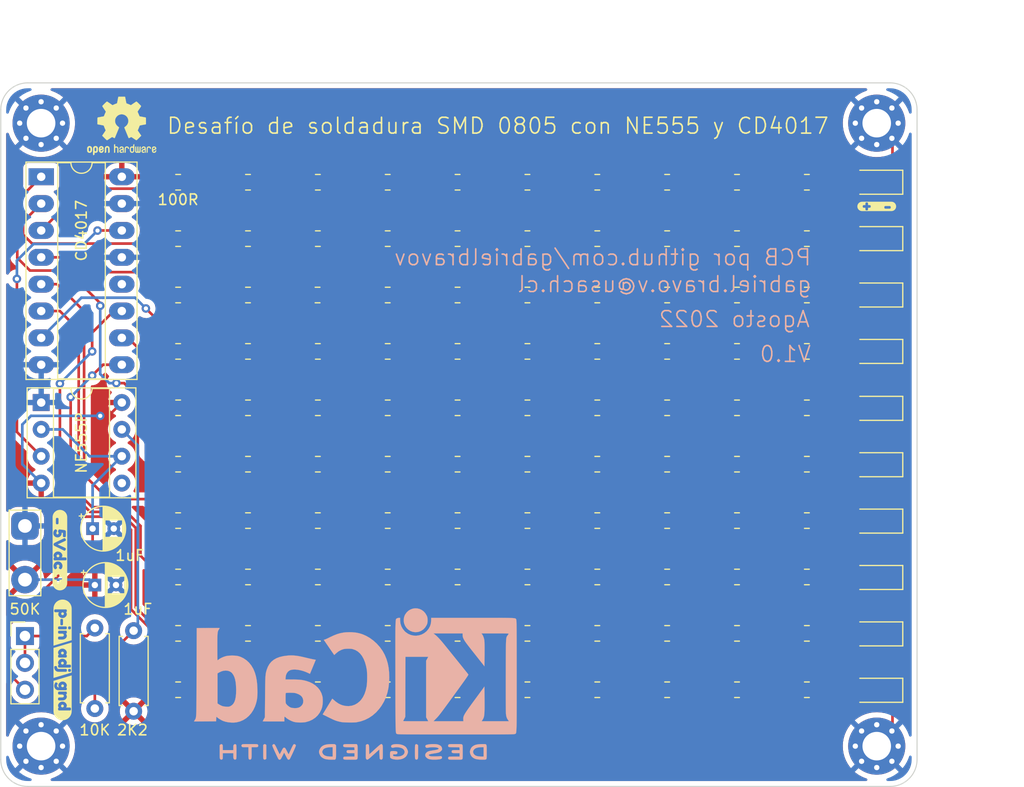
<source format=kicad_pcb>
(kicad_pcb (version 20211014) (generator pcbnew)
  (layers (0 "F.Cu" signal) (31 "B.Cu" signal) (34 "B.Paste" user) (35 "F.Paste" user) (36 "B.SilkS" user "B.Silkscreen") (37 "F.SilkS" user "F.Silkscreen") (38 "B.Mask" user) (39 "F.Mask" user) (44 "Edge.Cuts" user))
  (net 0 "")
  (net 1 "/5Vdc")
  (net 2 "GND")
  (net 3 "Net-(C2-Pad1)")
  (net 4 "Net-(D1-Pad2)")
  (net 5 "Net-(D2-Pad2)")
  (net 6 "Net-(D3-Pad2)")
  (net 7 "Net-(D4-Pad2)")
  (net 8 "Net-(D5-Pad2)")
  (net 9 "Net-(D6-Pad2)")
  (net 10 "Net-(D7-Pad2)")
  (net 11 "Net-(D8-Pad2)")
  (net 12 "Net-(D9-Pad2)")
  (net 13 "Net-(D10-Pad2)")
  (net 14 "Net-(R1-Pad2)")
  (net 15 "Net-(R2-Pad2)")
  (net 16 "/Led_1")
  (net 17 "Net-(R3-Pad2)")
  (net 18 "Net-(R4-Pad2)")
  (net 19 "Net-(R5-Pad2)")
  (net 20 "Net-(R6-Pad2)")
  (net 21 "Net-(R7-Pad2)")
  (net 22 "Net-(R8-Pad2)")
  (net 23 "Net-(R10-Pad1)")
  (net 24 "Net-(R10-Pad2)")
  (net 25 "Net-(R11-Pad2)")
  (net 26 "/Led_2")
  (net 27 "Net-(R13-Pad2)")
  (net 28 "Net-(R14-Pad2)")
  (net 29 "Net-(R15-Pad2)")
  (net 30 "Net-(R16-Pad2)")
  (net 31 "Net-(R17-Pad2)")
  (net 32 "Net-(R18-Pad2)")
  (net 33 "Net-(R19-Pad2)")
  (net 34 "Net-(R20-Pad2)")
  (net 35 "Net-(R21-Pad2)")
  (net 36 "/Led_3")
  (net 37 "Net-(R23-Pad2)")
  (net 38 "Net-(R24-Pad2)")
  (net 39 "Net-(R25-Pad2)")
  (net 40 "Net-(R26-Pad2)")
  (net 41 "Net-(R27-Pad2)")
  (net 42 "Net-(R28-Pad2)")
  (net 43 "Net-(R29-Pad2)")
  (net 44 "Net-(R30-Pad2)")
  (net 45 "Net-(R31-Pad2)")
  (net 46 "/Led_4")
  (net 47 "Net-(R33-Pad2)")
  (net 48 "Net-(R34-Pad2)")
  (net 49 "Net-(R35-Pad2)")
  (net 50 "Net-(R36-Pad2)")
  (net 51 "Net-(R37-Pad2)")
  (net 52 "Net-(R38-Pad2)")
  (net 53 "Net-(R39-Pad2)")
  (net 54 "Net-(R40-Pad2)")
  (net 55 "Net-(R41-Pad2)")
  (net 56 "/Led_5")
  (net 57 "Net-(R43-Pad2)")
  (net 58 "Net-(R44-Pad2)")
  (net 59 "Net-(R45-Pad2)")
  (net 60 "Net-(R46-Pad2)")
  (net 61 "Net-(R47-Pad2)")
  (net 62 "Net-(R48-Pad2)")
  (net 63 "Net-(R49-Pad2)")
  (net 64 "Net-(R50-Pad2)")
  (net 65 "Net-(R51-Pad2)")
  (net 66 "/Led_6")
  (net 67 "Net-(R53-Pad2)")
  (net 68 "Net-(R54-Pad2)")
  (net 69 "Net-(R55-Pad2)")
  (net 70 "Net-(R56-Pad2)")
  (net 71 "Net-(R57-Pad2)")
  (net 72 "Net-(R58-Pad2)")
  (net 73 "Net-(R59-Pad2)")
  (net 74 "Net-(R60-Pad2)")
  (net 75 "Net-(R61-Pad2)")
  (net 76 "/Led_7")
  (net 77 "Net-(R63-Pad2)")
  (net 78 "Net-(R64-Pad2)")
  (net 79 "Net-(R65-Pad2)")
  (net 80 "Net-(R66-Pad2)")
  (net 81 "Net-(R67-Pad2)")
  (net 82 "Net-(R68-Pad2)")
  (net 83 "Net-(R69-Pad2)")
  (net 84 "Net-(R70-Pad2)")
  (net 85 "Net-(R71-Pad2)")
  (net 86 "/Led_8")
  (net 87 "Net-(R73-Pad2)")
  (net 88 "Net-(R74-Pad2)")
  (net 89 "Net-(R75-Pad2)")
  (net 90 "Net-(R76-Pad2)")
  (net 91 "Net-(R77-Pad2)")
  (net 92 "Net-(R78-Pad2)")
  (net 93 "Net-(R79-Pad2)")
  (net 94 "Net-(R80-Pad2)")
  (net 95 "Net-(R81-Pad2)")
  (net 96 "/Led_9")
  (net 97 "Net-(R83-Pad2)")
  (net 98 "Net-(R84-Pad2)")
  (net 99 "Net-(R85-Pad2)")
  (net 100 "Net-(R86-Pad2)")
  (net 101 "Net-(R87-Pad2)")
  (net 102 "Net-(R88-Pad2)")
  (net 103 "Net-(R89-Pad2)")
  (net 104 "Net-(R90-Pad2)")
  (net 105 "Net-(R91-Pad2)")
  (net 106 "/Led_10")
  (net 107 "Net-(R93-Pad2)")
  (net 108 "Net-(R94-Pad2)")
  (net 109 "Net-(R95-Pad2)")
  (net 110 "Net-(R96-Pad2)")
  (net 111 "Net-(R97-Pad2)")
  (net 112 "Net-(R98-Pad2)")
  (net 113 "Net-(R100-Pad1)")
  (net 114 "Net-(R100-Pad2)")
  (net 115 "Net-(R101-Pad2)")
  (net 116 "Net-(U1-Pad3)")
  (footprint "LED_SMD:LED_1206_3216Metric_Pad1.42x1.75mm_HandSolder" (layer "F.Cu") (at 221.996 86.918 180)
    (fp_text reference "D6" hide)
    (fp_text value "LED")
  )
  (footprint "Resistor_SMD:R_0805_2012Metric_Pad1.20x1.40mm_HandSolder" (layer "F.Cu") (at 215.392 76.2)
    (fp_text reference "R42" hide)
    (fp_text value "100R")
  )
  (footprint "Resistor_SMD:R_0805_2012Metric_Pad1.20x1.40mm_HandSolder" (layer "F.Cu") (at 188.976 76.2)
    (fp_text reference "R38" hide)
    (fp_text value "100R")
  )
  (footprint "Symbol:OSHW-Logo2_7.3x6mm_SilkScreen" (layer "F.Cu") (at 150.622 54.864)
    (fp_text reference "REF**" hide)
    (fp_text value "OSHW-Logo2_7.3x6mm_SilkScreen" hide)
  )
  (footprint "kibuzzard-62FAAA55" (layer "F.Cu") (at 145.034 105.41 -90)
    (fp_text reference "kibuzzard-62FAAA55" hide)
    (fp_text value "G***" hide)
  )
  (footprint "kibuzzard-62FAA7FD" (layer "F.Cu") (at 144.78 94.996 -90)
    (fp_text reference "kibuzzard-62FAA7FD" hide)
    (fp_text value "G***" hide)
  )
  (footprint "Resistor_SMD:R_0805_2012Metric_Pad1.20x1.40mm_HandSolder" (layer "F.Cu") (at 195.58 97.536)
    (fp_text reference "R79" hide)
    (fp_text value "100R")
  )
  (footprint "Resistor_SMD:R_0805_2012Metric_Pad1.20x1.40mm_HandSolder" (layer "F.Cu") (at 202.184 92.202)
    (fp_text reference "R70" hide)
    (fp_text value "100R")
  )
  (footprint "Resistor_SMD:R_0805_2012Metric_Pad1.20x1.40mm_HandSolder" (layer "F.Cu") (at 162.56 92.202)
    (fp_text reference "R64" hide)
    (fp_text value "100R")
  )
  (footprint "Resistor_SMD:R_0805_2012Metric_Pad1.20x1.40mm_HandSolder" (layer "F.Cu") (at 202.184 70.866)
    (fp_text reference "R30" hide)
    (fp_text value "100R")
  )
  (footprint "Resistor_SMD:R_0805_2012Metric_Pad1.20x1.40mm_HandSolder" (layer "F.Cu") (at 188.976 92.202)
    (fp_text reference "R68" hide)
    (fp_text value "100R")
  )
  (footprint "Package_DIP:DIP-8_W7.62mm_Socket" (layer "F.Cu") (at 143.012 81.036)
    (fp_text reference "U1" hide)
    (fp_text value "NE555P")
  )
  (footprint "Resistor_SMD:R_0805_2012Metric_Pad1.20x1.40mm_HandSolder" (layer "F.Cu") (at 182.372 97.536)
    (fp_text reference "R77" hide)
    (fp_text value "100R")
  )
  (footprint "Resistor_SMD:R_0805_2012Metric_Pad1.20x1.40mm_HandSolder" (layer "F.Cu") (at 162.56 76.2)
    (fp_text reference "R34" hide)
    (fp_text value "100R")
  )
  (footprint "Resistor_SMD:R_0805_2012Metric_Pad1.20x1.40mm_HandSolder" (layer "F.Cu") (at 155.956 81.534)
    (fp_text reference "R43" hide)
    (fp_text value "100R")
  )
  (footprint "Capacitor_THT:CP_Radial_D4.0mm_P2.00mm" (layer "F.Cu") (at 148.082001 98.298)
    (fp_text reference "C1" hide)
    (fp_text value "1uF")
  )
  (footprint "Resistor_SMD:R_0805_2012Metric_Pad1.20x1.40mm_HandSolder" (layer "F.Cu") (at 188.976 108.204)
    (fp_text reference "R98" hide)
    (fp_text value "100R")
  )
  (footprint "Resistor_SMD:R_0805_2012Metric_Pad1.20x1.40mm_HandSolder" (layer "F.Cu") (at 182.372 70.866)
    (fp_text reference "R27" hide)
    (fp_text value "100R")
  )
  (footprint "Resistor_SMD:R_0805_2012Metric_Pad1.20x1.40mm_HandSolder" (layer "F.Cu") (at 215.392 70.866)
    (fp_text reference "R32" hide)
    (fp_text value "100R")
  )
  (footprint "Resistor_SMD:R_0805_2012Metric_Pad1.20x1.40mm_HandSolder" (layer "F.Cu") (at 162.56 108.204)
    (fp_text reference "R94" hide)
    (fp_text value "100R")
  )
  (footprint "Resistor_SMD:R_0805_2012Metric_Pad1.20x1.40mm_HandSolder" (layer "F.Cu") (at 215.392 86.868)
    (fp_text reference "R62" hide)
    (fp_text value "100R")
  )
  (footprint "Resistor_SMD:R_0805_2012Metric_Pad1.20x1.40mm_HandSolder" (layer "F.Cu") (at 169.164 65.532)
    (fp_text reference "R15" hide)
    (fp_text value "100R")
  )
  (footprint "Resistor_SMD:R_0805_2012Metric_Pad1.20x1.40mm_HandSolder" (layer "F.Cu") (at 202.184 97.536)
    (fp_text reference "R80" hide)
    (fp_text value "100R")
  )
  (footprint "kibuzzard-62FAAA2E" (layer "F.Cu") (at 145.034 108.966 -90)
    (fp_text reference "kibuzzard-62FAAA2E" hide)
    (fp_text value "G***" hide)
  )
  (footprint "Resistor_SMD:R_0805_2012Metric_Pad1.20x1.40mm_HandSolder" (layer "F.Cu") (at 215.392 81.534)
    (fp_text reference "R52" hide)
    (fp_text value "100R")
  )
  (footprint "Resistor_SMD:R_0805_2012Metric_Pad1.20x1.40mm_HandSolder" (layer "F.Cu") (at 182.372 65.532)
    (fp_text reference "R17" hide)
    (fp_text value "100R")
  )
  (footprint "Connector_PinHeader_2.54mm:PinHeader_1x03_P2.54mm_Vertical" (layer "F.Cu") (at 141.478 103.124)
    (fp_text reference "RV1" hide)
    (fp_text value "50K")
  )
  (footprint "TestPoint:TestPoint_2Pads_Pitch5.08mm_Drill1.3mm" (layer "F.Cu") (at 141.478 92.71 -90)
    (fp_text reference "J1" hide)
    (fp_text value "Conn_01x02" hide)
  )
  (footprint "Resistor_THT:R_Axial_DIN0207_L6.3mm_D2.5mm_P7.62mm_Horizontal" (layer "F.Cu") (at 148.082 109.982 90)
    (fp_text reference "R2" hide)
    (fp_text value "10K")
  )
  (footprint "LED_SMD:LED_1206_3216Metric_Pad1.42x1.75mm_HandSolder" (layer "F.Cu") (at 221.996 97.586 180)
    (fp_text reference "D8" hide)
    (fp_text value "LED")
  )
  (footprint "Resistor_SMD:R_0805_2012Metric_Pad1.20x1.40mm_HandSolder" (layer "F.Cu") (at 175.768 60.198)
    (fp_text reference "R6" hide)
    (fp_text value "100R")
  )
  (footprint "Resistor_SMD:R_0805_2012Metric_Pad1.20x1.40mm_HandSolder" (layer "F.Cu") (at 182.372 92.202)
    (fp_text reference "R67" hide)
    (fp_text value "100R")
  )
  (footprint "Resistor_SMD:R_0805_2012Metric_Pad1.20x1.40mm_HandSolder" (layer "F.Cu") (at 202.184 108.204)
    (fp_text reference "R100" hide)
    (fp_text value "100R")
  )
  (footprint "Resistor_SMD:R_0805_2012Metric_Pad1.20x1.40mm_HandSolder" (layer "F.Cu") (at 169.164 81.534)
    (fp_text reference "R45" hide)
    (fp_text value "100R")
  )
  (footprint "MountingHole:MountingHole_2.7mm_M2.5_Pad_Via" (layer "F.Cu") (at 221.996 54.61)
    (fp_text reference "H2" hide)
    (fp_text value "MountingHole_Pad" hide)
  )
  (footprint "LED_SMD:LED_1206_3216Metric_Pad1.42x1.75mm_HandSolder" (layer "F.Cu") (at 221.996 108.254 180)
    (fp_text reference "D10" hide)
    (fp_text value "LED")
  )
  (footprint "Resistor_SMD:R_0805_2012Metric_Pad1.20x1.40mm_HandSolder" (layer "F.Cu") (at 169.164 60.198)
    (fp_text reference "R5" hide)
    (fp_text value "100R")
  )
  (footprint "Resistor_SMD:R_0805_2012Metric_Pad1.20x1.40mm_HandSolder" (layer "F.Cu") (at 182.372 76.2)
    (fp_text reference "R37" hide)
    (fp_text value "100R")
  )
  (footprint "Resistor_SMD:R_0805_2012Metric_Pad1.20x1.40mm_HandSolder" (layer "F.Cu") (at 208.788 97.536)
    (fp_text reference "R81" hide)
    (fp_text value "100R")
  )
  (footprint "Resistor_SMD:R_0805_2012Metric_Pad1.20x1.40mm_HandSolder" (layer "F.Cu") (at 169.164 92.202)
    (fp_text reference "R65" hide)
    (fp_text value "100R")
  )
  (footprint "Resistor_SMD:R_0805_2012Metric_Pad1.20x1.40mm_HandSolder" (layer "F.Cu") (at 175.768 92.202)
    (fp_text reference "R66" hide)
    (fp_text value "100R")
  )
  (footprint "Resistor_SMD:R_0805_2012Metric_Pad1.20x1.40mm_HandSolder" (layer "F.Cu") (at 169.164 97.536)
    (fp_text reference "R75" hide)
    (fp_text value "100R")
  )
  (footprint "Resistor_SMD:R_0805_2012Metric_Pad1.20x1.40mm_HandSolder" (layer "F.Cu") (at 188.976 97.536)
    (fp_text reference "R78" hide)
    (fp_text value "100R")
  )
  (footprint "Resistor_SMD:R_0805_2012Metric_Pad1.20x1.40mm_HandSolder" (layer "F.Cu") (at 202.184 60.198)
    (fp_text reference "R10" hide)
    (fp_text value "100R")
  )
  (footprint "Resistor_SMD:R_0805_2012Metric_Pad1.20x1.40mm_HandSolder" (layer "F.Cu") (at 215.392 97.536)
    (fp_text reference "R82" hide)
    (fp_text value "100R")
  )
  (footprint "Resistor_SMD:R_0805_2012Metric_Pad1.20x1.40mm_HandSolder" (layer "F.Cu") (at 175.768 86.868)
    (fp_text reference "R56" hide)
    (fp_text value "100R")
  )
  (footprint "Resistor_SMD:R_0805_2012Metric_Pad1.20x1.40mm_HandSolder" (layer "F.Cu") (at 188.976 65.532)
    (fp_text reference "R18" hide)
    (fp_text value "100R")
  )
  (footprint "Resistor_SMD:R_0805_2012Metric_Pad1.20x1.40mm_HandSolder" (layer "F.Cu") (at 208.788 102.87)
    (fp_text reference "R91" hide)
    (fp_text value "100R")
  )
  (footprint "Resistor_SMD:R_0805_2012Metric_Pad1.20x1.40mm_HandSolder" (layer "F.Cu") (at 175.768 102.87)
    (fp_text reference "R86" hide)
    (fp_text value "100R")
  )
  (footprint "Resistor_SMD:R_0805_2012Metric_Pad1.20x1.40mm_HandSolder" (layer "F.Cu") (at 188.976 81.534)
    (fp_text reference "R48" hide)
    (fp_text value "100R")
  )
  (footprint "Resistor_SMD:R_0805_2012Metric_Pad1.20x1.40mm_HandSolder" (layer "F.Cu") (at 155.956 86.868)
    (fp_text reference "R53" hide)
    (fp_text value "100R")
  )
  (footprint "Resistor_SMD:R_0805_2012Metric_Pad1.20x1.40mm_HandSolder" (layer "F.Cu") (at 155.956 102.87)
    (fp_text reference "R83" hide)
    (fp_text value "100R")
  )
  (footprint "Resistor_SMD:R_0805_2012Metric_Pad1.20x1.40mm_HandSolder" (layer "F.Cu") (at 175.768 81.534)
    (fp_text reference "R46" hide)
    (fp_text value "100R")
  )
  (footprint "MountingHole:MountingHole_2.7mm_M2.5_Pad_Via" (layer "F.Cu") (at 221.996 113.538)
    (fp_text reference "H1" hide)
    (fp_text value "MountingHole_Pad" hide)
  )
  (footprint "Resistor_SMD:R_0805_2012Metric_Pad1.20x1.40mm_HandSolder" (layer "F.Cu") (at 215.392 108.204)
    (fp_text reference "R102" hide)
    (fp_text value "100R")
  )
  (footprint "Package_DIP:DIP-16_W7.62mm_Socket_LongPads" (layer "F.Cu") (at 143.012 59.68)
    (fp_text reference "U2" hide)
    (fp_text value "CD4017")
  )
  (footprint "Resistor_SMD:R_0805_2012Metric_Pad1.20x1.40mm_HandSolder" (layer "F.Cu") (at 175.768 76.2)
    (fp_text reference "R36" hide)
    (fp_text value "100R")
  )
  (footprint "Resistor_SMD:R_0805_2012Metric_Pad1.20x1.40mm_HandSolder" (layer "F.Cu") (at 208.788 108.204)
    (fp_text reference "R101" hide)
    (fp_text value "100R")
  )
  (footprint "Resistor_SMD:R_0805_2012Metric_Pad1.20x1.40mm_HandSolder" (layer "F.Cu") (at 155.956 70.866)
    (fp_text reference "R23" hide)
    (fp_text value "100R")
  )
  (footprint "Resistor_SMD:R_0805_2012Metric_Pad1.20x1.40mm_HandSolder" (layer "F.Cu") (at 169.164 102.87)
    (fp_text reference "R85" hide)
    (fp_text value "100R")
  )
  (footprint "Resistor_SMD:R_0805_2012Metric_Pad1.20x1.40mm_HandSolder" (layer "F.Cu") (at 162.56 86.868)
    (fp_text reference "R54" hide)
    (fp_text value "100R")
  )
  (footprint "Resistor_SMD:R_0805_2012Metric_Pad1.20x1.40mm_HandSolder" (layer "F.Cu") (at 169.164 108.204)
    (fp_text reference "R95" hide)
    (fp_text value "100R")
  )
  (footprint "Resistor_SMD:R_0805_2012Metric_Pad1.20x1.40mm_HandSolder" (layer "F.Cu") (at 195.58 108.204)
    (fp_text reference "R99" hide)
    (fp_text value "100R")
  )
  (footprint "Resistor_SMD:R_0805_2012Metric_Pad1.20x1.40mm_HandSolder" (layer "F.Cu") (at 169.164 86.868)
    (fp_text reference "R55" hide)
    (fp_text value "100R")
  )
  (footprint "Resistor_SMD:R_0805_2012Metric_Pad1.20x1.40mm_HandSolder" (layer "F.Cu") (at 202.184 81.534)
    (fp_text reference "R50" hide)
    (fp_text value "100R")
  )
  (footprint "Resistor_SMD:R_0805_2012Metric_Pad1.20x1.40mm_HandSolder" (layer "F.Cu") (at 155.956 108.204)
    (fp_text reference "R93" hide)
    (fp_text value "100R")
  )
  (footprint "Resistor_SMD:R_0805_2012Metric_Pad1.20x1.40mm_HandSolder" (layer "F.Cu") (at 208.788 92.202)
    (fp_text reference "R71" hide)
    (fp_text value "100R")
  )
  (footprint "Capacitor_THT:CP_Radial_D4.0mm_P2.00mm" (layer "F.Cu") (at 147.871401 92.964)
    (fp_text reference "C2" hide)
    (fp_text value "1uF")
  )
  (footprint "Resistor_SMD:R_0805_2012Metric_Pad1.20x1.40mm_HandSolder" (layer "F.Cu") (at 215.392 65.532)
    (fp_text reference "R22" hide)
    (fp_text value "100R")
  )
  (footprint "Resistor_SMD:R_0805_2012Metric_Pad1.20x1.40mm_HandSolder" (layer "F.Cu") (at 208.788 70.866)
    (fp_text reference "R31" hide)
    (fp_text value "100R")
  )
  (footprint "Resistor_SMD:R_0805_2012Metric_Pad1.20x1.40mm_HandSolder" (layer "F.Cu") (at 162.56 102.87)
    (fp_text reference "R84" hide)
    (fp_text value "100R")
  )
  (footprint "Resistor_SMD:R_0805_2012Metric_Pad1.20x1.40mm_HandSolder" (layer "F.Cu") (at 195.58 92.202)
    (fp_text reference "R69" hide)
    (fp_text value "100R")
  )
  (footprint "Resistor_SMD:R_0805_2012Metric_Pad1.20x1.40mm_HandSolder" (layer "F.Cu") (at 195.58 70.866)
    (fp_text reference "R29" hide)
    (fp_text value "100R")
  )
  (footprint "Resistor_SMD:R_0805_2012Metric_Pad1.20x1.40mm_HandSolder" (layer "F.Cu") (at 188.976 60.198)
    (fp_text reference "R8" hide)
    (fp_text value "100R")
  )
  (footprint "Resistor_THT:R_Axial_DIN0207_L6.3mm_D2.5mm_P7.62mm_Horizontal" (layer "F.Cu") (at 151.75 110.236 90)
    (fp_text reference "R1" hide)
    (fp_text value "2K2")
  )
  (footprint "Resistor_SMD:R_0805_2012Metric_Pad1.20x1.40mm_HandSolder" (layer "F.Cu") (at 202.184 65.532)
    (fp_text reference "R20" hide)
    (fp_text value "100R")
  )
  (footprint "Resistor_SMD:R_0805_2012Metric_Pad1.20x1.40mm_HandSolder" (layer "F.Cu") (at 195.58 81.534)
    (fp_text reference "R49" hide)
    (fp_text value "100R")
  )
  (footprint "Resistor_SMD:R_0805_2012Metric_Pad1.20x1.40mm_HandSolder" (layer "F.Cu") (at 195.58 102.87)
    (fp_text reference "R89" hide)
    (fp_text value "100R")
  )
  (footprint "kibuzzard-62FACC93" (layer "F.Cu") (at 221.996 62.484)
    (fp_text reference "kibuzzard-62FACC93" hide)
    (fp_text value "G***" hide)
  )
  (footprint "Resistor_SMD:R_0805_2012Metric_Pad1.20x1.40mm_HandSolder" (layer "F.Cu") (at 169.138 70.866)
    (fp_text reference "R25" hide)
    (fp_text value "100R")
  )
  (footprint "LED_SMD:LED_1206_3216Metric_Pad1.42x1.75mm_HandSolder" (layer "F.Cu") (at 221.996 65.532 180)
    (fp_text reference "D2" hide)
    (fp_text value "LED")
  )
  (footprint "LED_SMD:LED_1206_3216Metric_Pad1.42x1.75mm_HandSolder" (layer "F.Cu") (at 221.996 92.252 180)
    (fp_text reference "D7" hide)
    (fp_text value "LED")
  )
  (footprint "MountingHole:MountingHole_2.7mm_M2.5_Pad_Via" (layer "F.Cu") (at 143.002 113.538)
    (fp_text reference "H4" hide)
    (fp_text value "MountingHole_Pad" hide)
  )
  (footprint "Resistor_SMD:R_0805_2012Metric_Pad1.20x1.40mm_HandSolder" (layer "F.Cu") (at 188.976 102.87)
    (fp_text reference "R88" hide)
    (fp_text value "100R")
  )
  (footprint "Resistor_SMD:R_0805_2012Metric_Pad1.20x1.40mm_HandSolder" (layer "F.Cu") (at 175.768 97.536)
    (fp_text reference "R76" hide)
    (fp_text value "100R")
  )
  (footprint "Resistor_SMD:R_0805_2012Metric_Pad1.20x1.40mm_HandSolder" (layer "F.Cu") (at 175.768 108.204)
    (fp_text reference "R96" hide)
    (fp_text value "100R")
  )
  (footprint "Resistor_SMD:R_0805_2012Metric_Pad1.20x1.40mm_HandSolder" (layer "F.Cu") (at 162.56 97.536)
    (fp_text reference "R74" hide)
    (fp_text value "100R")
  )
  (footprint "Resistor_SMD:R_0805_2012Metric_Pad1.20x1.40mm_HandSolder" (layer "F.Cu") (at 188.976 86.868)
    (fp_text reference "R58" hide)
    (fp_text value "100R")
  )
  (footprint "Resistor_SMD:R_0805_2012Metric_Pad1.20x1.40mm_HandSolder" (layer "F.Cu") (at 215.392 102.87)
    (fp_text reference "R92" hide)
    (fp_text value "100R")
  )
  (footprint "Resistor_SMD:R_0805_2012Metric_Pad1.20x1.40mm_HandSolder" (layer "F.Cu") (at 175.768 65.532)
    (fp_text reference "R16" hide)
    (fp_text value "100R")
  )
  (footprint "Resistor_SMD:R_0805_2012Metric_Pad1.20x1.40mm_HandSolder" (layer "F.Cu") (at 215.392 92.202)
    (fp_text reference "R72" hide)
    (fp_text value "100R")
  )
  (footprint "Resistor_SMD:R_0805_2012Metric_Pad1.20x1.40mm_HandSolder" (layer "F.Cu") (at 208.788 81.534)
    (fp_text reference "R51" hide)
    (fp_text value "100R")
  )
  (footprint "Resistor_SMD:R_0805_2012Metric_Pad1.20x1.40mm_HandSolder" (layer "F.Cu") (at 162.56 65.532)
    (fp_text reference "R14" hide)
    (fp_text value "100R")
  )
  (footprint "Resistor_SMD:R_0805_2012Metric_Pad1.20x1.40mm_HandSolder" (layer "F.Cu") (at 182.372 81.534)
    (fp_text reference "R47" hide)
    (fp_text value "100R")
  )
  (footprint "Resistor_SMD:R_0805_2012Metric_Pad1.20x1.40mm_HandSolder" (layer "F.Cu") (at 155.956 97.536)
    (fp_text reference "R73" hide)
    (fp_text value "100R")
  )
  (footprint "Resistor_SMD:R_0805_2012Metric_Pad1.20x1.40mm_HandSolder" (layer "F.Cu") (at 162.56 81.534)
    (fp_text reference "R44" hide)
    (fp_text value "100R")
  )
  (footprint "Resistor_SMD:R_0805_2012Metric_Pad1.20x1.40mm_HandSolder" (layer "F.Cu") (at 202.184 76.2)
    (fp_text reference "R40" hide)
    (fp_text value "100R")
  )
  (footprint "Resistor_SMD:R_0805_2012Metric_Pad1.20x1.40mm_HandSolder" (layer "F.Cu") (at 182.372 108.204)
    (fp_text reference "R97" hide)
    (fp_text value "100R")
  )
  (footprint "LED_SMD:LED_1206_3216Metric_Pad1.42x1.75mm_HandSolder" (layer "F.Cu") (at 221.996 76.2 180)
    (fp_text reference "D4" hide)
    (fp_text value "LED")
  )
  (footprint "Resistor_SMD:R_0805_2012Metric_Pad1.20x1.40mm_HandSolder" (layer "F.Cu") (at 182.372 102.87)
    (fp_text reference "R87" hide)
    (fp_text value "100R")
  )
  (footprint "LED_SMD:LED_1206_3216Metric_Pad1.42x1.75mm_HandSolder" (layer "F.Cu") (at 221.996 81.584 180)
    (fp_text reference "D5" hide)
    (fp_text value "LED")
  )
  (footprint "Resistor_SMD:R_0805_2012Metric_Pad1.20x1.40mm_HandSolder" (layer "F.Cu") (at 169.164 76.2)
    (fp_text reference "R35" hide)
    (fp_text value "100R")
  )
  (footprint "Resistor_SMD:R_0805_2012Metric_Pad1.20x1.40mm_HandSolder" (layer "F.Cu") (at 208.788 65.532)
    (fp_text reference "R21" hide)
    (fp_text value "100R")
  )
  (footprint "Resistor_SMD:R_0805_2012Metric_Pad1.20x1.40mm_HandSolder" (layer "F.Cu") (at 195.58 60.198)
    (fp_text reference "R9" hide)
    (fp_text value "100R")
  )
  (footprint "Resistor_SMD:R_0805_2012Metric_Pad1.20x1.40mm_HandSolder" (layer "F.Cu") (at 155.956 60.198)
    (fp_text reference "R3" hide)
    (fp_text value "100R")
  )
  (footprint "Resistor_SMD:R_0805_2012Metric_Pad1.20x1.40mm_HandSolder" (layer "F.Cu") (at 155.956 76.2)
    (fp_text reference "R33" hide)
    (fp_text value "100R")
  )
  (footprint "LED_SMD:LED_1206_3216Metric_Pad1.42x1.75mm_HandSolder" (layer "F.Cu") (at 221.996 102.92 180)
    (fp_text reference "D9" hide)
    (fp_text value "LED")
  )
  (footprint "Resistor_SMD:R_0805_2012Metric_Pad1.20x1.40mm_HandSolder" (layer "F.Cu") (at 202.184 86.868)
    (fp_text reference "R60" hide)
    (fp_text value "100R")
  )
  (footprint "MountingHole:MountingHole_2.7mm_M2.5_Pad_Via" (layer "F.Cu") (at 143.002 54.61)
    (fp_text reference "H3" hide)
    (fp_text value "MountingHole_Pad" hide)
  )
  (footprint "Resistor_SMD:R_0805_2012Metric_Pad1.20x1.40mm_HandSolder" (layer "F.Cu") (at 188.976 70.866)
    (fp_text reference "R28" hide)
    (fp_text value "100R")
  )
  (footprint "Resistor_SMD:R_0805_2012Metric_Pad1.20x1.40mm_HandSolder" (layer "F.Cu") (at 208.788 60.198)
    (fp_text reference "R11" hide)
    (fp_text value "100R")
  )
  (footprint "Resistor_SMD:R_0805_2012Metric_Pad1.20x1.40mm_HandSolder" (layer "F.Cu") (at 182.372 60.198)
    (fp_text reference "R7" hide)
    (fp_text value "100R")
  )
  (footprint "Resistor_SMD:R_0805_2012Metric_Pad1.20x1.40mm_HandSolder" (layer "F.Cu") (at 208.788 86.868)
    (fp_text reference "R61" hide)
    (fp_text value "100R")
  )
  (footprint "Resistor_SMD:R_0805_2012Metric_Pad1.20x1.40mm_HandSolder" (layer "F.Cu") (at 215.392 60.198)
    (fp_text reference "R12" hide)
    (fp_text value "100R")
  )
  (footprint "Resistor_SMD:R_0805_2012Metric_Pad1.20x1.40mm_HandSolder" (layer "F.Cu") (at 175.768 70.866)
    (fp_text reference "R26" hide)
    (fp_text value "100R")
  )
  (footprint "Resistor_SMD:R_0805_2012Metric_Pad1.20x1.40mm_HandSolder" (layer "F.Cu") (at 195.58 76.2)
    (fp_text reference "R39" hide)
    (fp_text value "100R")
  )
  (footprint "Resistor_SMD:R_0805_2012Metric_Pad1.20x1.40mm_HandSolder" (layer "F.Cu") (at 208.788 76.2)
    (fp_text reference "R41" hide)
    (fp_text value "100R")
  )
  (footprint "kibuzzard-62FAACCE" (layer "F.Cu") (at 145.034 101.854 -90)
    (fp_text reference "kibuzzard-62FAACCE" hide)
    (fp_text value "G***" hide)
  )
  (footprint "Resistor_SMD:R_0805_2012Metric_Pad1.20x1.40mm_HandSolder" (layer "F.Cu") (at 202.184 102.87)
    (fp_text reference "R90" hide)
    (fp_text value "100R")
  )
  (footprint "Resistor_SMD:R_0805_2012Metric_Pad1.20x1.40mm_HandSolder" (layer "F.Cu") (at 162.56 70.866)
    (fp_text reference "R24" hide)
    (fp_text value "100R")
  )
  (footprint "Resistor_SMD:R_0805_2012Metric_Pad1.20x1.40mm_HandSolder" (layer "F.Cu") (at 162.56 60.198)
    (fp_text reference "R4" hide)
    (fp_text value "100R")
  )
  (footprint "Resistor_SMD:R_0805_2012Metric_Pad1.20x1.40mm_HandSolder" (layer "F.Cu") (at 155.956 92.202)
    (fp_text reference "R63" hide)
    (fp_text value "100R")
  )
  (footprint "Resistor_SMD:R_0805_2012Metric_Pad1.20x1.40mm_HandSolder" (layer "F.Cu") (at 195.58 65.532)
    (fp_text reference "R19" hide)
    (fp_text value "100R")
  )
  (footprint "LED_SMD:LED_1206_3216Metric_Pad1.42x1.75mm_HandSolder" (layer "F.Cu") (at 221.996 60.198 180)
    (fp_text reference "D1" hide)
    (fp_text value "LED")
  )
  (footprint "Resistor_SMD:R_0805_2012Metric_Pad1.20x1.40mm_HandSolder" (layer "F.Cu") (at 155.956 65.532)
    (fp_text reference "R13" hide)
    (fp_text value "100R")
  )
  (footprint "Resistor_SMD:R_0805_2012Metric_Pad1.20x1.40mm_HandSolder" (layer "F.Cu") (at 195.58 86.868)
    (fp_text reference "R59" hide)
    (fp_text value "100R")
  )
  (footprint "Resistor_SMD:R_0805_2012Metric_Pad1.20x1.40mm_HandSolder" (layer "F.Cu") (at 182.372 86.868)
    (fp_text reference "R57" hide)
    (fp_text value "100R")
  )
  (footprint "LED_SMD:LED_1206_3216Metric_Pad1.42x1.75mm_HandSolder" (layer "F.Cu") (at 221.996 70.866 180)
    (fp_text reference "D3" hide)
    (fp_text value "LED")
  )
  (footprint "Symbol:KiCad-Logo2_12mm_SilkScreen" (layer "B.Cu") (at 172.72 106.426 180)
    (fp_text reference "REF**" hide)
    (fp_text value "KiCad-Logo2_12mm_SilkScreen" hide)
  )
  (gr_line (start 223.266 117.348) (end 141.732 117.348) (layer "Edge.Cuts") (width 0.1))
  (gr_line (start 141.732 50.8) (end 223.266 50.8) (layer "Edge.Cuts") (width 0.1))
  (gr_arc (start 141.732 117.348) (mid 139.935949 116.604051) (end 139.192 114.808) (layer "Edge.Cuts") (width 0.1))
  (gr_line (start 139.192 114.808) (end 139.192 53.34) (layer "Edge.Cuts") (width 0.1))
  (gr_arc (start 225.806 114.808) (mid 225.062051 116.604051) (end 223.266 117.348) (layer "Edge.Cuts") (width 0.1))
  (gr_arc (start 223.266 50.8) (mid 225.062051 51.543949) (end 225.806 53.34) (layer "Edge.Cuts") (width 0.1))
  (gr_line (start 225.806 53.34) (end 225.806 114.808) (layer "Edge.Cuts") (width 0.1))
  (gr_arc (start 139.192 53.34) (mid 139.935949 51.543949) (end 141.732 50.8) (layer "Edge.Cuts") (width 0.1))
  (gr_text "gabriel.bravo.v@usach.cl" (at 201.93 69.85) (layer "B.SilkS") (effects (font (size 1.5 1.5)) (justify mirror)))
  (gr_text "Agosto 2022" (at 208.534 73.152) (layer "B.SilkS") (effects (font (size 1.5 1.5)) (justify mirror)))
  (gr_text "PCB por github.com/gabrielbravov" (at 196.088 67.31) (layer "B.SilkS") (effects (font (size 1.5 1.5)) (justify mirror)))
  (gr_text "V1.0" (at 213.36 76.454) (layer "B.SilkS") (effects (font (size 1.5 1.5)) (justify mirror)))
  (gr_text "Desafío de soldadura SMD 0805 con NE555 y CD4017" (at 186.182 54.864) (layer "F.SilkS") (effects (font (size 1.5 1.5))))
  (segment (start 149.372 82.296) (end 148.59 82.296) (width 0.25) (layer "F.Cu") (net 1))
  (segment (start 150.632 81.036) (end 149.372 82.296) (width 0.25) (layer "F.Cu") (net 1))
  (via (at 148.59 82.296) (size 0.8) (drill 0.4) (layers "F.Cu" "B.Cu") (net 1))
  (segment (start 142.043398 82.296) (end 141.224 83.115398) (width 0.25) (layer "B.Cu") (net 1))
  (segment (start 147.574001 97.79) (end 148.082001 98.298) (width 0.25) (layer "B.Cu") (net 1))
  (segment (start 141.478 97.79) (end 147.574001 97.79) (width 0.25) (layer "B.Cu") (net 1))
  (segment (start 148.59 82.296) (end 142.043398 82.296) (width 0.25) (layer "B.Cu") (net 1))
  (segment (start 141.224 86.868) (end 143.012 88.656) (width 0.25) (layer "B.Cu") (net 1))
  (segment (start 141.224 83.115398) (end 141.224 86.868) (width 0.25) (layer "B.Cu") (net 1))
  (segment (start 223.4835 81.584) (end 223.4835 76.2) (width 0.25) (layer "F.Cu") (net 2))
  (segment (start 223.4835 55.1475) (end 224.021 54.61) (width 0.25) (layer "F.Cu") (net 2))
  (segment (start 223.4835 60.198) (end 223.4835 55.1475) (width 0.25) (layer "F.Cu") (net 2))
  (segment (start 223.4835 108.254) (end 223.4835 102.92) (width 0.25) (layer "F.Cu") (net 2))
  (segment (start 223.4835 108.254) (end 223.4835 112.0505) (width 0.25) (layer "F.Cu") (net 2))
  (segment (start 223.4835 76.2) (end 223.4835 70.866) (width 0.25) (layer "F.Cu") (net 2))
  (segment (start 223.4835 97.586) (end 223.4835 92.252) (width 0.25) (layer "F.Cu") (net 2))
  (segment (start 223.4835 70.866) (end 223.4835 65.532) (width 0.25) (layer "F.Cu") (net 2))
  (segment (start 223.4835 65.532) (end 223.4835 60.198) (width 0.25) (layer "F.Cu") (net 2))
  (segment (start 223.4835 112.0505) (end 221.996 113.538) (width 0.25) (layer "F.Cu") (net 2))
  (segment (start 223.4835 86.918) (end 223.4835 92.252) (width 0.25) (layer "F.Cu") (net 2))
  (segment (start 223.4835 102.92) (end 223.4835 97.586) (width 0.25) (layer "F.Cu") (net 2))
  (segment (start 223.4835 86.918) (end 223.4835 81.584) (width 0.25) (layer "F.Cu") (net 2))
  (segment (start 147.871401 94.178599) (end 147.871401 92.964) (width 0.25) (layer "F.Cu") (net 3))
  (segment (start 141.478 108.204) (end 140 106.726) (width 0.25) (layer "F.Cu") (net 3))
  (segment (start 140 102.05) (end 147.871401 94.178599) (width 0.25) (layer "F.Cu") (net 3))
  (segment (start 140 106.726) (end 140 102.05) (width 0.25) (layer "F.Cu") (net 3))
  (segment (start 147.871401 88.876599) (end 150.632 86.116) (width 0.25) (layer "B.Cu") (net 3))
  (segment (start 143.012 83.576) (end 145.044 83.576) (width 0.25) (layer "B.Cu") (net 3))
  (segment (start 147.584 86.116) (end 150.632 86.116) (width 0.25) (layer "B.Cu") (net 3))
  (segment (start 145.044 83.576) (end 147.584 86.116) (width 0.25) (layer "B.Cu") (net 3))
  (segment (start 147.871401 92.964) (end 147.871401 88.876599) (width 0.25) (layer "B.Cu") (net 3))
  (segment (start 216.392 60.198) (end 220.5085 60.198) (width 0.25) (layer "F.Cu") (net 4))
  (segment (start 220.5085 65.532) (end 216.392 65.532) (width 0.25) (layer "F.Cu") (net 5))
  (segment (start 216.392 70.866) (end 220.5085 70.866) (width 0.25) (layer "F.Cu") (net 6))
  (segment (start 220.5085 76.2) (end 216.392 76.2) (width 0.25) (layer "F.Cu") (net 7))
  (segment (start 220.4585 81.534) (end 220.5085 81.584) (width 0.25) (layer "F.Cu") (net 8))
  (segment (start 216.392 81.534) (end 220.4585 81.534) (width 0.25) (layer "F.Cu") (net 8))
  (segment (start 216.442 86.918) (end 216.392 86.868) (width 0.25) (layer "F.Cu") (net 9))
  (segment (start 220.5085 86.918) (end 216.442 86.918) (width 0.25) (layer "F.Cu") (net 9))
  (segment (start 216.392 92.202) (end 220.4585 92.202) (width 0.25) (layer "F.Cu") (net 10))
  (segment (start 220.4585 92.202) (end 220.5085 92.252) (width 0.25) (layer "F.Cu") (net 10))
  (segment (start 220.5085 97.586) (end 216.442 97.586) (width 0.25) (layer "F.Cu") (net 11))
  (segment (start 216.442 97.586) (end 216.392 97.536) (width 0.25) (layer "F.Cu") (net 11))
  (segment (start 216.392 102.87) (end 220.4585 102.87) (width 0.25) (layer "F.Cu") (net 12))
  (segment (start 220.4585 102.87) (end 220.5085 102.92) (width 0.25) (layer "F.Cu") (net 12))
  (segment (start 216.442 108.254) (end 216.392 108.204) (width 0.25) (layer "F.Cu") (net 13))
  (segment (start 220.5085 108.254) (end 216.442 108.254) (width 0.25) (layer "F.Cu") (net 13))
  (segment (start 148.082 109.982) (end 148.082 106.284) (width 0.25) (layer "F.Cu") (net 14))
  (segment (start 148.082 106.284) (end 151.75 102.616) (width 0.25) (layer "F.Cu") (net 14))
  (segment (start 151.75 102.616) (end 152.146 102.22) (width 0.25) (layer "B.Cu") (net 14))
  (segment (start 152.146 85.09) (end 150.632 83.576) (width 0.25) (layer "B.Cu") (net 14))
  (segment (start 152.146 102.22) (end 152.146 85.09) (width 0.25) (layer "B.Cu") (net 14))
  (segment (start 141.478 105.664) (end 141.478 103.124) (width 0.25) (layer "F.Cu") (net 15))
  (segment (start 147.32 103.124) (end 148.082 102.362) (width 0.25) (layer "F.Cu") (net 15))
  (segment (start 141.478 103.124) (end 147.32 103.124) (width 0.25) (layer "F.Cu") (net 15))
  (segment (start 146.967 60.805) (end 154.349 60.805) (width 0.25) (layer "F.Cu") (net 16))
  (segment (start 154.349 60.805) (end 154.956 60.198) (width 0.25) (layer "F.Cu") (net 16))
  (segment (start 143.012 64.76) (end 146.967 60.805) (width 0.25) (layer "F.Cu") (net 16))
  (segment (start 156.956 60.198) (end 161.56 60.198) (width 0.25) (layer "F.Cu") (net 17))
  (segment (start 163.56 60.198) (end 168.164 60.198) (width 0.25) (layer "F.Cu") (net 18))
  (segment (start 170.164 60.198) (end 174.768 60.198) (width 0.25) (layer "F.Cu") (net 19))
  (segment (start 176.768 60.198) (end 181.372 60.198) (width 0.25) (layer "F.Cu") (net 20))
  (segment (start 183.372 60.198) (end 187.976 60.198) (width 0.25) (layer "F.Cu") (net 21))
  (segment (start 189.976 60.198) (end 194.58 60.198) (width 0.25) (layer "F.Cu") (net 22))
  (segment (start 196.58 60.198) (end 201.184 60.198) (width 0.25) (layer "F.Cu") (net 23))
  (segment (start 203.184 60.198) (end 207.788 60.198) (width 0.25) (layer "F.Cu") (net 24))
  (segment (start 209.788 60.198) (end 214.392 60.198) (width 0.25) (layer "F.Cu") (net 25))
  (segment (start 141.3 65.15) (end 142.15 66) (width 0.25) (layer "F.Cu") (net 26))
  (segment (start 143.012 62.22) (end 141.3 63.932) (width 0.25) (layer "F.Cu") (net 26))
  (segment (start 142.15 66) (end 154.488 66) (width 0.25) (layer "F.Cu") (net 26))
  (segment (start 141.3 63.932) (end 141.3 65.15) (width 0.25) (layer "F.Cu") (net 26))
  (segment (start 154.488 66) (end 154.956 65.532) (width 0.25) (layer "F.Cu") (net 26))
  (segment (start 161.56 65.532) (end 156.956 65.532) (width 0.25) (layer "F.Cu") (net 27))
  (segment (start 168.164 65.532) (end 163.56 65.532) (width 0.25) (layer "F.Cu") (net 28))
  (segment (start 174.768 65.532) (end 170.164 65.532) (width 0.25) (layer "F.Cu") (net 29))
  (segment (start 181.372 65.532) (end 176.768 65.532) (width 0.25) (layer "F.Cu") (net 30))
  (segment (start 187.976 65.532) (end 183.372 65.532) (width 0.25) (layer "F.Cu") (net 31))
  (segment (start 194.58 65.532) (end 189.976 65.532) (width 0.25) (layer "F.Cu") (net 32))
  (segment (start 201.184 65.532) (end 196.58 65.532) (width 0.25) (layer "F.Cu") (net 33))
  (segment (start 207.788 65.532) (end 203.184 65.532) (width 0.25) (layer "F.Cu") (net 34))
  (segment (start 214.392 65.532) (end 209.788 65.532) (width 0.25) (layer "F.Cu") (net 35))
  (segment (start 152.79 68.7) (end 154.956 70.866) (width 0.25) (layer "F.Cu") (net 36))
  (segment (start 147.65 67.3) (end 149.05 68.7) (width 0.25) (layer "F.Cu") (net 36))
  (segment (start 149.05 68.7) (end 152.79 68.7) (width 0.25) (layer "F.Cu") (net 36))
  (segment (start 143.012 67.3) (end 147.65 67.3) (width 0.25) (layer "F.Cu") (net 36))
  (segment (start 156.956 70.866) (end 161.56 70.866) (width 0.25) (layer "F.Cu") (net 37))
  (segment (start 163.56 70.866) (end 168.138 70.866) (width 0.25) (layer "F.Cu") (net 38))
  (segment (start 170.138 70.866) (end 174.768 70.866) (width 0.25) (layer "F.Cu") (net 39))
  (segment (start 176.768 70.866) (end 181.372 70.866) (width 0.25) (layer "F.Cu") (net 40))
  (segment (start 183.372 70.866) (end 187.976 70.866) (width 0.25) (layer "F.Cu") (net 41))
  (segment (start 189.976 70.866) (end 194.58 70.866) (width 0.25) (layer "F.Cu") (net 42))
  (segment (start 196.58 70.866) (end 201.184 70.866) (width 0.25) (layer "F.Cu") (net 43))
  (segment (start 203.184 70.866) (end 207.788 70.866) (width 0.25) (layer "F.Cu") (net 44))
  (segment (start 209.788 70.866) (end 214.392 70.866) (width 0.25) (layer "F.Cu") (net 45))
  (segment (start 154.956 74.184) (end 154.956 76.2) (width 0.25) (layer "F.Cu") (net 46))
  (segment (start 152.908 72.136) (end 154.956 74.184) (width 0.25) (layer "F.Cu") (net 46))
  (via (at 152.908 72.136) (size 0.8) (drill 0.4) (layers "F.Cu" "B.Cu") (net 46))
  (segment (start 148.844 71.12) (end 151.892 71.12) (width 0.25) (layer "B.Cu") (net 46))
  (segment (start 143.012 74.92) (end 146.812 71.12) (width 0.25) (layer "B.Cu") (net 46))
  (segment (start 151.892 71.12) (end 152.908 72.136) (width 0.25) (layer "B.Cu") (net 46))
  (segment (start 146.812 71.12) (end 148.844 71.12) (width 0.25) (layer "B.Cu") (net 46))
  (segment (start 161.56 76.2) (end 156.956 76.2) (width 0.25) (layer "F.Cu") (net 47))
  (segment (start 168.164 76.2) (end 163.56 76.2) (width 0.25) (layer "F.Cu") (net 48))
  (segment (start 174.768 76.2) (end 170.164 76.2) (width 0.25) (layer "F.Cu") (net 49))
  (segment (start 181.372 76.2) (end 176.768 76.2) (width 0.25) (layer "F.Cu") (net 50))
  (segment (start 187.976 76.2) (end 183.372 76.2) (width 0.25) (layer "F.Cu") (net 51))
  (segment (start 194.58 76.2) (end 189.976 76.2) (width 0.25) (layer "F.Cu") (net 52))
  (segment (start 201.184 76.2) (end 196.58 76.2) (width 0.25) (layer "F.Cu") (net 53))
  (segment (start 207.788 76.2) (end 203.184 76.2) (width 0.25) (layer "F.Cu") (net 54))
  (segment (start 214.392 76.2) (end 209.788 76.2) (width 0.25) (layer "F.Cu") (net 55))
  (segment (start 152.8 79.928) (end 154.406 81.534) (width 0.25) (layer "F.Cu") (net 56))
  (segment (start 152.8 76.5) (end 152.8 79.928) (width 0.25) (layer "F.Cu") (net 56))
  (segment (start 150.632 74.92) (end 151.22 74.92) (width 0.25) (layer "F.Cu") (net 56))
  (segment (start 154.406 81.534) (end 154.956 81.534) (width 0.25) (layer "F.Cu") (net 56))
  (segment (start 151.22 74.92) (end 152.8 76.5) (width 0.25) (layer "F.Cu") (net 56))
  (segment (start 156.956 81.534) (end 161.56 81.534) (width 0.25) (layer "F.Cu") (net 57))
  (segment (start 163.56 81.534) (end 168.164 81.534) (width 0.25) (layer "F.Cu") (net 58))
  (segment (start 170.164 81.534) (end 174.768 81.534) (width 0.25) (layer "F.Cu") (net 59))
  (segment (start 176.768 81.534) (end 181.372 81.534) (width 0.25) (layer "F.Cu") (net 60))
  (segment (start 183.372 81.534) (end 187.976 81.534) (width 0.25) (layer "F.Cu") (net 61))
  (segment (start 189.976 81.534) (end 194.58 81.534) (width 0.25) (layer "F.Cu") (net 62))
  (segment (start 196.58 81.534) (end 201.184 81.534) (width 0.25) (layer "F.Cu") (net 63))
  (segment (start 203.184 81.534) (end 207.788 81.534) (width 0.25) (layer "F.Cu") (net 64))
  (segment (start 209.788 81.534) (end 214.392 81.534) (width 0.25) (layer "F.Cu") (net 65))
  (segment (start 152.9 81.25) (end 152.9 85.844) (width 0.25) (layer "F.Cu") (net 66))
  (segment (start 148.59 71.64) (end 148.59 71.882) (width 0.25) (layer "F.Cu") (net 66))
  (segment (start 150.85 79.2) (end 152.9 81.25) (width 0.25) (layer "F.Cu") (net 66))
  (segment (start 153.924 86.868) (end 154.956 86.868) (width 0.25) (layer "F.Cu") (net 66))
  (segment (start 141.95 68.55) (end 140.75 67.35) (width 0.25) (layer "F.Cu") (net 66))
  (segment (start 145.5 68.55) (end 148.59 71.64) (width 0.25) (layer "F.Cu") (net 66))
  (segment (start 140.75 61.942) (end 143.012 59.68) (width 0.25) (layer "F.Cu") (net 66))
  (segment (start 145.5 68.55) (end 141.95 68.55) (width 0.25) (layer "F.Cu") (net 66))
  (segment (start 152.9 85.844) (end 153.924 86.868) (width 0.25) (layer "F.Cu") (net 66))
  (segment (start 140.75 67.35) (end 140.75 61.942) (width 0.25) (layer "F.Cu") (net 66))
  (segment (start 150.114 79.2) (end 150.85 79.2) (width 0.25) (layer "F.Cu") (net 66))
  (via (at 148.59 71.882) (size 0.8) (drill 0.4) (layers "F.Cu" "B.Cu") (net 66))
  (via (at 150.114 79.2) (size 0.8) (drill 0.4) (layers "F.Cu" "B.Cu") (net 66))
  (segment (start 149.45 79.2) (end 148.59 78.34) (width 0.25) (layer "B.Cu") (net 66))
  (segment (start 148.59 78.34) (end 148.59 71.882) (width 0.25) (layer "B.Cu") (net 66))
  (segment (start 150.114 79.2) (end 149.45 79.2) (width 0.25) (layer "B.Cu") (net 66))
  (segment (start 161.56 86.868) (end 156.956 86.868) (width 0.25) (layer "F.Cu") (net 67))
  (segment (start 168.164 86.868) (end 163.56 86.868) (width 0.25) (layer "F.Cu") (net 68))
  (segment (start 174.768 86.868) (end 170.164 86.868) (width 0.25) (layer "F.Cu") (net 69))
  (segment (start 181.372 86.868) (end 176.768 86.868) (width 0.25) (layer "F.Cu") (net 70))
  (segment (start 187.976 86.868) (end 183.372 86.868) (width 0.25) (layer "F.Cu") (net 71))
  (segment (start 194.58 86.868) (end 189.976 86.868) (width 0.25) (layer "F.Cu") (net 72))
  (segment (start 201.184 86.868) (end 196.58 86.868) (width 0.25) (layer "F.Cu") (net 73))
  (segment (start 207.788 86.868) (end 203.184 86.868) (width 0.25) (layer "F.Cu") (net 74))
  (segment (start 214.392 86.868) (end 209.788 86.868) (width 0.25) (layer "F.Cu") (net 75))
  (segment (start 147.066 87.884) (end 149.352 90.17) (width 0.25) (layer "F.Cu") (net 76))
  (segment (start 152.924 90.17) (end 154.956 92.202) (width 0.25) (layer "F.Cu") (net 76))
  (segment (start 149.352 90.17) (end 152.924 90.17) (width 0.25) (layer "F.Cu") (net 76))
  (segment (start 147.066 72.39) (end 147.066 87.884) (width 0.25) (layer "F.Cu") (net 76))
  (segment (start 144.516 69.84) (end 147.066 72.39) (width 0.25) (layer "F.Cu") (net 76))
  (segment (start 143.012 69.84) (end 144.516 69.84) (width 0.25) (layer "F.Cu") (net 76))
  (segment (start 156.956 92.202) (end 161.56 92.202) (width 0.25) (layer "F.Cu") (net 77))
  (segment (start 163.56 92.202) (end 168.164 92.202) (width 0.25) (layer "F.Cu") (net 78))
  (segment (start 170.164 92.202) (end 174.768 92.202) (width 0.25) (layer "F.Cu") (net 79))
  (segment (start 176.768 92.202) (end 181.372 92.202) (width 0.25) (layer "F.Cu") (net 80))
  (segment (start 183.372 92.202) (end 187.976 92.202) (width 0.25) (layer "F.Cu") (net 81))
  (segment (start 189.976 92.202) (end 194.58 92.202) (width 0.25) (layer "F.Cu") (net 82))
  (segment (start 196.58 92.202) (end 201.184 92.202) (width 0.25) (layer "F.Cu") (net 83))
  (segment (start 203.184 92.202) (end 207.788 92.202) (width 0.25) (layer "F.Cu") (net 84))
  (segment (start 209.788 92.202) (end 214.392 92.202) (width 0.25) (layer "F.Cu") (net 85))
  (segment (start 146.558 89.662) (end 147.828 90.932) (width 0.25) (layer "F.Cu") (net 86))
  (segment (start 152.4 92.71) (end 152.4 95.53) (width 0.25) (layer "F.Cu") (net 86))
  (segment (start 143.012 72.38) (end 144.77 72.38) (width 0.25) (layer "F.Cu") (net 86))
  (segment (start 152.4 95.53) (end 154.406 97.536) (width 0.25) (layer "F.Cu") (net 86))
  (segment (start 154.406 97.536) (end 154.956 97.536) (width 0.25) (layer "F.Cu") (net 86))
  (segment (start 150.622 90.932) (end 152.4 92.71) (width 0.25) (layer "F.Cu") (net 86))
  (segment (start 147.828 90.932) (end 150.622 90.932) (width 0.25) (layer "F.Cu") (net 86))
  (segment (start 144.77 72.38) (end 146.558 74.168) (width 0.25) (layer "F.Cu") (net 86))
  (segment (start 146.558 74.168) (end 146.558 89.662) (width 0.25) (layer "F.Cu") (net 86))
  (segment (start 161.56 97.536) (end 156.956 97.536) (width 0.25) (layer "F.Cu") (net 87))
  (segment (start 168.164 97.536) (end 163.56 97.536) (width 0.25) (layer "F.Cu") (net 88))
  (segment (start 174.768 97.536) (end 170.164 97.536) (width 0.25) (layer "F.Cu") (net 89))
  (segment (start 181.372 97.536) (end 176.768 97.536) (width 0.25) (layer "F.Cu") (net 90))
  (segment (start 187.976 97.536) (end 183.372 97.536) (width 0.25) (layer "F.Cu") (net 91))
  (segment (start 194.58 97.536) (end 189.976 97.536) (width 0.25) (layer "F.Cu") (net 92))
  (segment (start 201.184 97.536) (end 196.58 97.536) (width 0.25) (layer "F.Cu") (net 93))
  (segment (start 207.788 97.536) (end 203.184 97.536) (width 0.25) (layer "F.Cu") (net 94))
  (segment (start 214.392 97.536) (end 209.788 97.536) (width 0.25) (layer "F.Cu") (net 95))
  (segment (start 147.641604 91.382) (end 150.435604 91.382) (width 0.25) (layer "F.Cu") (net 96))
  (segment (start 145.796 80.518) (end 145.796 89.536396) (width 0.25) (layer "F.Cu") (net 96))
  (segment (start 147.828 78.486) (end 148.854 77.46) (width 0.25) (layer "F.Cu") (net 96))
  (segment (start 154.406 102.87) (end 154.956 102.87) (width 0.25) (layer "F.Cu") (net 96))
  (segment (start 148.854 77.46) (end 150.632 77.46) (width 0.25) (layer "F.Cu") (net 96))
  (segment (start 151.95 100.414) (end 154.406 102.87) (width 0.25) (layer "F.Cu") (net 96))
  (segment (start 145.796 89.536396) (end 147.641604 91.382) (width 0.25) (layer "F.Cu") (net 96))
  (segment (start 150.435604 91.382) (end 151.95 92.896396) (width 0.25) (layer "F.Cu") (net 96))
  (segment (start 151.95 92.896396) (end 151.95 100.414) (width 0.25) (layer "F.Cu") (net 96))
  (via (at 145.796 80.518) (size 0.8) (drill 0.4) (layers "F.Cu" "B.Cu") (net 96))
  (via (at 147.828 78.486) (size 0.8) (drill 0.4) (layers "F.Cu" "B.Cu") (net 96))
  (segment (start 147.828 78.486) (end 145.796 80.518) (width 0.25) (layer "B.Cu") (net 96))
  (segment (start 156.956 102.87) (end 161.56 102.87) (width 0.25) (layer "F.Cu") (net 97))
  (segment (start 163.56 102.87) (end 168.164 102.87) (width 0.25) (layer "F.Cu") (net 98))
  (segment (start 170.164 102.87) (end 174.768 102.87) (width 0.25) (layer "F.Cu") (net 99))
  (segment (start 176.768 102.87) (end 181.372 102.87) (width 0.25) (layer "F.Cu") (net 100))
  (segment (start 183.372 102.87) (end 187.976 102.87) (width 0.25) (layer "F.Cu") (net 101))
  (segment (start 189.976 102.87) (end 194.58 102.87) (width 0.25) (layer "F.Cu") (net 102))
  (segment (start 196.58 102.87) (end 201.184 102.87) (width 0.25) (layer "F.Cu") (net 103))
  (segment (start 203.184 102.87) (end 207.788 102.87) (width 0.25) (layer "F.Cu") (net 104))
  (segment (start 209.788 102.87) (end 214.392 102.87) (width 0.25) (layer "F.Cu") (net 105))
  (segment (start 150.249208 91.832) (end 151.5 93.082792) (width 0.25) (layer "F.Cu") (net 106))
  (segment (start 153.924 108.204) (end 154.956 108.204) (width 0.25) (layer "F.Cu") (net 106))
  (segment (start 144.78 79.248) (end 144.78 89.408) (width 0.25) (layer "F.Cu") (net 106))
  (segment (start 144.78 89.408) (end 147.204 91.832) (width 0.25) (layer "F.Cu") (net 106))
  (segment (start 147.828 74.422) (end 147.828 76.2) (width 0.25) (layer "F.Cu") (net 106))
  (segment (start 147.204 91.832) (end 150.249208 91.832) (width 0.25) (layer "F.Cu") (net 106))
  (segment (start 151.5 100.600396) (end 153.416 102.516396) (width 0.25) (layer "F.Cu") (net 106))
  (segment (start 153.416 102.516396) (end 153.416 107.696) (width 0.25) (layer "F.Cu") (net 106))
  (segment (start 150.632 72.38) (end 149.87 72.38) (width 0.25) (layer "F.Cu") (net 106))
  (segment (start 153.416 107.696) (end 153.924 108.204) (width 0.25) (layer "F.Cu") (net 106))
  (segment (start 151.5 93.082792) (end 151.5 100.600396) (width 0.25) (layer "F.Cu") (net 106))
  (segment (start 149.87 72.38) (end 148.082 74.168) (width 0.25) (layer "F.Cu") (net 106))
  (segment (start 148.082 74.168) (end 147.828 74.422) (width 0.25) (layer "F.Cu") (net 106))
  (via (at 147.828 76.2) (size 0.8) (drill 0.4) (layers "F.Cu" "B.Cu") (net 106))
  (via (at 144.78 79.248) (size 0.8) (drill 0.4) (layers "F.Cu" "B.Cu") (net 106))
  (segment (start 147.828 76.2) (end 144.78 79.248) (width 0.25) (layer "B.Cu") (net 106))
  (segment (start 161.56 108.204) (end 156.956 108.204) (width 0.25) (layer "F.Cu") (net 107))
  (segment (start 168.164 108.204) (end 163.56 108.204) (width 0.25) (layer "F.Cu") (net 108))
  (segment (start 174.768 108.204) (end 170.164 108.204) (width 0.25) (layer "F.Cu") (net 109))
  (segment (start 181.372 108.204) (end 176.768 108.204) (width 0.25) (layer "F.Cu") (net 110))
  (segment (start 187.976 108.204) (end 183.896 108.204) (width 0.25) (layer "F.Cu") (net 111))
  (segment (start 194.58 108.204) (end 189.976 108.204) (width 0.25) (layer "F.Cu") (net 112))
  (segment (start 201.184 108.204) (end 196.58 108.204) (width 0.25) (layer "F.Cu") (net 113))
  (segment (start 207.788 108.204) (end 203.184 108.204) (width 0.25) (layer "F.Cu") (net 114))
  (segment (start 214.392 108.204) (end 209.788 108.204) (width 0.25) (layer "F.Cu") (net 115))
  (segment (start 148.336 64.77) (end 148.346 64.76) (width 0.25) (layer "F.Cu") (net 116))
  (segment (start 148.346 64.76) (end 150.632 64.76) (width 0.25) (layer "F.Cu") (net 116))
  (segment (start 140.716 83.82) (end 140.716 69.342) (width 0.25) (layer "F.Cu") (net 116))
  (segment (start 143.012 86.116) (end 140.716 83.82) (width 0.25) (layer "F.Cu") (net 116))
  (via (at 140.716 69.342) (size 0.8) (drill 0.4) (layers "F.Cu" "B.Cu") (net 116))
  (via (at 148.336 64.77) (size 0.8) (drill 0.4) (layers "F.Cu" "B.Cu") (net 116))
  (segment (start 140.716 67.60501) (end 140.716 69.342) (width 0.25) (layer "B.Cu") (net 116))
  (segment (start 142.28101 66.04) (end 140.716 67.60501) (width 0.25) (layer "B.Cu") (net 116))
  (segment (start 148.336 64.77) (end 147.066 66.04) (width 0.25) (layer "B.Cu") (net 116))
  (segment (start 147.066 66.04) (end 142.28101 66.04) (width 0.25) (layer "B.Cu") (net 116))
  (zone (net 1) (net_name "/5Vdc") (layer "F.Cu") (connect_pads (clearance 0.508)) (min_thickness 0.254) (fill yes (thermal_gap 0.508) (thermal_bridge_width 0.508))
    (polygon (pts (xy 224.99312 51.6) (xy 225.69312 53.25) (xy 225.69312 115.2) (xy 224.89312 116.6) (xy 223.29312 117.25) (xy 141.44312 117.25) (xy 139.94312 116.5) (xy 139.29312 115.2) (xy 139.29312 52.9) (xy 139.99312 51.6) (xy 141.34312 50.9) (xy 223.49312 50.9)))
  )
  (zone (net 2) (net_name "GND") (layer "B.Cu") (connect_pads (clearance 0.508)) (min_thickness 0.254) (fill yes (thermal_gap 0.508) (thermal_bridge_width 0.508))
    (polygon (pts (xy 225 51.6) (xy 225.7 53.25) (xy 225.7 115.2) (xy 224.9 116.6) (xy 223.3 117.25) (xy 141.45 117.25) (xy 139.95 116.5) (xy 139.3 115.2) (xy 139.3 52.9) (xy 140 51.6) (xy 141.35 50.9) (xy 223.5 50.9)))
  )
)
</source>
